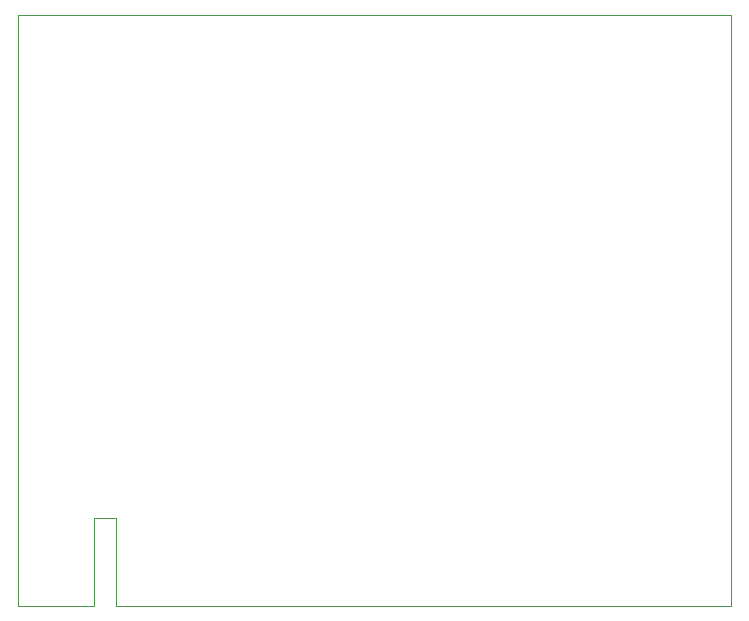
<source format=gbr>
%TF.GenerationSoftware,KiCad,Pcbnew,8.0.1*%
%TF.CreationDate,2024-04-15T13:45:33+02:00*%
%TF.ProjectId,zx81-external-eprom,7a783831-2d65-4787-9465-726e616c2d65,rev?*%
%TF.SameCoordinates,Original*%
%TF.FileFunction,Profile,NP*%
%FSLAX46Y46*%
G04 Gerber Fmt 4.6, Leading zero omitted, Abs format (unit mm)*
G04 Created by KiCad (PCBNEW 8.0.1) date 2024-04-15 13:45:33*
%MOMM*%
%LPD*%
G01*
G04 APERTURE LIST*
%TA.AperFunction,Profile*%
%ADD10C,0.050000*%
%TD*%
%TA.AperFunction,Profile*%
%ADD11C,0.100000*%
%TD*%
G04 APERTURE END LIST*
D10*
X55650000Y-87670000D02*
X107740000Y-87670000D01*
X47420000Y-87670000D02*
X53840000Y-87670000D01*
D11*
X107740000Y-37670000D02*
X107740000Y-87670000D01*
D10*
X53840000Y-87670000D02*
X53840000Y-80220000D01*
X55640000Y-80220000D02*
X55650000Y-87670000D01*
D11*
X47420000Y-37670000D02*
X107740000Y-37670000D01*
D10*
X53840000Y-80220000D02*
X55640000Y-80220000D01*
D11*
X47420000Y-87670000D02*
X47420000Y-37670000D01*
M02*

</source>
